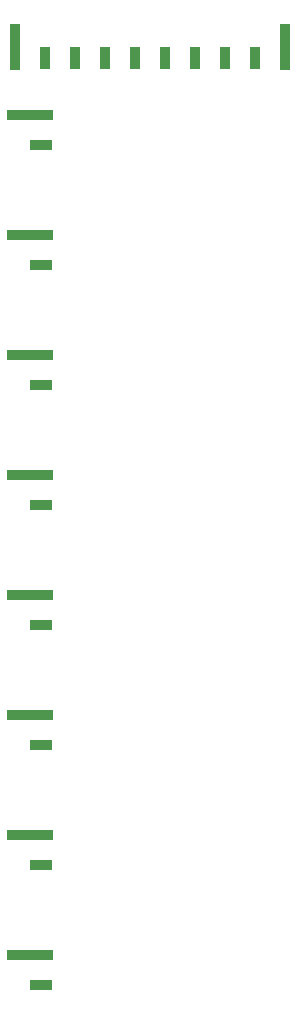
<source format=gbr>
G04 DesignSpark PCB Gerber Version 10.0 Build 5299*
%FSLAX35Y35*%
%MOIN*%
%ADD132R,0.03537X0.07474*%
%ADD133R,0.03537X0.15348*%
%ADD134R,0.07474X0.03537*%
%ADD122R,0.15348X0.03537*%
X0Y0D02*
D02*
D122*
X27473Y30547D03*
Y70547D03*
Y110547D03*
Y150547D03*
Y190547D03*
Y230547D03*
Y270547D03*
Y310547D03*
D02*
D132*
X32421Y329246D03*
X42421D03*
X52421D03*
X62421D03*
X72421D03*
X82421D03*
X92421D03*
X102421D03*
D02*
D133*
X22421Y332995D03*
X112421D03*
D02*
D134*
X31215Y20547D03*
Y60547D03*
Y100547D03*
Y140547D03*
Y180547D03*
Y220547D03*
Y260547D03*
Y300547D03*
X0Y0D02*
M02*

</source>
